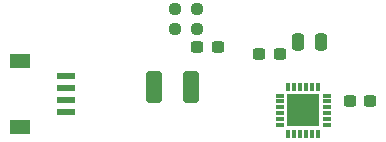
<source format=gbr>
%TF.GenerationSoftware,KiCad,Pcbnew,7.0.9*%
%TF.CreationDate,2023-11-18T01:38:35+02:00*%
%TF.ProjectId,MicroBars,4d696372-6f42-4617-9273-2e6b69636164,rev?*%
%TF.SameCoordinates,Original*%
%TF.FileFunction,Paste,Top*%
%TF.FilePolarity,Positive*%
%FSLAX46Y46*%
G04 Gerber Fmt 4.6, Leading zero omitted, Abs format (unit mm)*
G04 Created by KiCad (PCBNEW 7.0.9) date 2023-11-18 01:38:35*
%MOMM*%
%LPD*%
G01*
G04 APERTURE LIST*
G04 Aperture macros list*
%AMRoundRect*
0 Rectangle with rounded corners*
0 $1 Rounding radius*
0 $2 $3 $4 $5 $6 $7 $8 $9 X,Y pos of 4 corners*
0 Add a 4 corners polygon primitive as box body*
4,1,4,$2,$3,$4,$5,$6,$7,$8,$9,$2,$3,0*
0 Add four circle primitives for the rounded corners*
1,1,$1+$1,$2,$3*
1,1,$1+$1,$4,$5*
1,1,$1+$1,$6,$7*
1,1,$1+$1,$8,$9*
0 Add four rect primitives between the rounded corners*
20,1,$1+$1,$2,$3,$4,$5,0*
20,1,$1+$1,$4,$5,$6,$7,0*
20,1,$1+$1,$6,$7,$8,$9,0*
20,1,$1+$1,$8,$9,$2,$3,0*%
G04 Aperture macros list end*
%ADD10RoundRect,0.237500X0.250000X0.237500X-0.250000X0.237500X-0.250000X-0.237500X0.250000X-0.237500X0*%
%ADD11RoundRect,0.237500X0.300000X0.237500X-0.300000X0.237500X-0.300000X-0.237500X0.300000X-0.237500X0*%
%ADD12R,1.550000X0.600000*%
%ADD13R,1.800000X1.200000*%
%ADD14RoundRect,0.237500X-0.300000X-0.237500X0.300000X-0.237500X0.300000X0.237500X-0.300000X0.237500X0*%
%ADD15R,0.800000X0.300000*%
%ADD16R,0.300000X0.800000*%
%ADD17R,2.800000X2.800000*%
%ADD18RoundRect,0.250000X-0.250000X-0.475000X0.250000X-0.475000X0.250000X0.475000X-0.250000X0.475000X0*%
%ADD19RoundRect,0.250000X-0.412500X-1.100000X0.412500X-1.100000X0.412500X1.100000X-0.412500X1.100000X0*%
G04 APERTURE END LIST*
D10*
%TO.C,R1*%
X116712500Y-118310000D03*
X114887500Y-118310000D03*
%TD*%
D11*
%TO.C,C4*%
X123725000Y-120400000D03*
X122000000Y-120400000D03*
%TD*%
D12*
%TO.C,J2*%
X105600000Y-122300000D03*
X105600000Y-123300000D03*
X105600000Y-124300000D03*
X105600000Y-125300000D03*
D13*
X101725000Y-121000000D03*
X101725000Y-126600000D03*
%TD*%
D14*
%TO.C,C2*%
X116737500Y-119800000D03*
X118462500Y-119800000D03*
%TD*%
D15*
%TO.C,IC1*%
X127713000Y-126413000D03*
X127713000Y-125913000D03*
X127713000Y-125413000D03*
X127713000Y-124913000D03*
X127713000Y-124413000D03*
X127713000Y-123913000D03*
D16*
X126963000Y-123163000D03*
X126463000Y-123163000D03*
X125963000Y-123163000D03*
X125463000Y-123163000D03*
X124963000Y-123163000D03*
X124463000Y-123163000D03*
D15*
X123713000Y-123913000D03*
X123713000Y-124413000D03*
X123713000Y-124913000D03*
X123713000Y-125413000D03*
X123713000Y-125913000D03*
X123713000Y-126413000D03*
D16*
X124463000Y-127163000D03*
X124963000Y-127163000D03*
X125463000Y-127163000D03*
X125963000Y-127163000D03*
X126463000Y-127163000D03*
X126963000Y-127163000D03*
D17*
X125713000Y-125163000D03*
%TD*%
D18*
%TO.C,C1*%
X125300000Y-119400000D03*
X127200000Y-119400000D03*
%TD*%
D14*
%TO.C,C3*%
X129675000Y-124400000D03*
X131400000Y-124400000D03*
%TD*%
D10*
%TO.C,R2*%
X116712500Y-116600000D03*
X114887500Y-116600000D03*
%TD*%
D19*
%TO.C,C5*%
X113075000Y-123200000D03*
X116200000Y-123200000D03*
%TD*%
M02*

</source>
